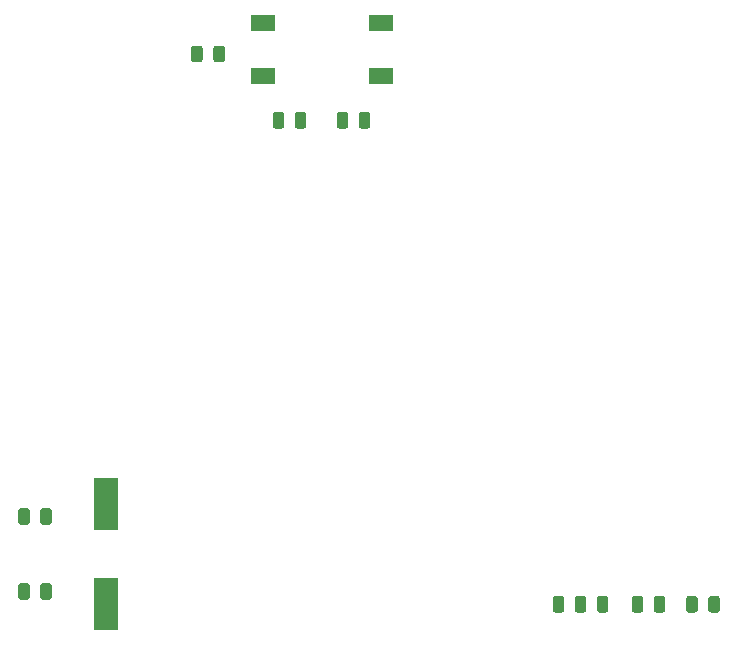
<source format=gbr>
G04 #@! TF.GenerationSoftware,KiCad,Pcbnew,(5.1.5)-3*
G04 #@! TF.CreationDate,2020-07-01T12:58:20+02:00*
G04 #@! TF.ProjectId,PIC18F45K22 Board,50494331-3846-4343-954b-323220426f61,rev?*
G04 #@! TF.SameCoordinates,Original*
G04 #@! TF.FileFunction,Paste,Top*
G04 #@! TF.FilePolarity,Positive*
%FSLAX46Y46*%
G04 Gerber Fmt 4.6, Leading zero omitted, Abs format (unit mm)*
G04 Created by KiCad (PCBNEW (5.1.5)-3) date 2020-07-01 12:58:20*
%MOMM*%
%LPD*%
G04 APERTURE LIST*
%ADD10R,2.100000X1.400000*%
%ADD11C,0.100000*%
%ADD12R,2.000000X4.500000*%
G04 APERTURE END LIST*
D10*
X95444831Y-72984991D03*
X105444831Y-72984991D03*
X105444831Y-77484991D03*
X95444831Y-77484991D03*
D11*
G36*
X77363472Y-114029164D02*
G01*
X77387133Y-114032674D01*
X77410337Y-114038486D01*
X77432859Y-114046544D01*
X77454483Y-114056772D01*
X77475000Y-114069069D01*
X77494213Y-114083319D01*
X77511937Y-114099383D01*
X77528001Y-114117107D01*
X77542251Y-114136320D01*
X77554548Y-114156837D01*
X77564776Y-114178461D01*
X77572834Y-114200983D01*
X77578646Y-114224187D01*
X77582156Y-114247848D01*
X77583330Y-114271740D01*
X77583330Y-115184240D01*
X77582156Y-115208132D01*
X77578646Y-115231793D01*
X77572834Y-115254997D01*
X77564776Y-115277519D01*
X77554548Y-115299143D01*
X77542251Y-115319660D01*
X77528001Y-115338873D01*
X77511937Y-115356597D01*
X77494213Y-115372661D01*
X77475000Y-115386911D01*
X77454483Y-115399208D01*
X77432859Y-115409436D01*
X77410337Y-115417494D01*
X77387133Y-115423306D01*
X77363472Y-115426816D01*
X77339580Y-115427990D01*
X76852080Y-115427990D01*
X76828188Y-115426816D01*
X76804527Y-115423306D01*
X76781323Y-115417494D01*
X76758801Y-115409436D01*
X76737177Y-115399208D01*
X76716660Y-115386911D01*
X76697447Y-115372661D01*
X76679723Y-115356597D01*
X76663659Y-115338873D01*
X76649409Y-115319660D01*
X76637112Y-115299143D01*
X76626884Y-115277519D01*
X76618826Y-115254997D01*
X76613014Y-115231793D01*
X76609504Y-115208132D01*
X76608330Y-115184240D01*
X76608330Y-114271740D01*
X76609504Y-114247848D01*
X76613014Y-114224187D01*
X76618826Y-114200983D01*
X76626884Y-114178461D01*
X76637112Y-114156837D01*
X76649409Y-114136320D01*
X76663659Y-114117107D01*
X76679723Y-114099383D01*
X76697447Y-114083319D01*
X76716660Y-114069069D01*
X76737177Y-114056772D01*
X76758801Y-114046544D01*
X76781323Y-114038486D01*
X76804527Y-114032674D01*
X76828188Y-114029164D01*
X76852080Y-114027990D01*
X77339580Y-114027990D01*
X77363472Y-114029164D01*
G37*
G36*
X75488472Y-114029164D02*
G01*
X75512133Y-114032674D01*
X75535337Y-114038486D01*
X75557859Y-114046544D01*
X75579483Y-114056772D01*
X75600000Y-114069069D01*
X75619213Y-114083319D01*
X75636937Y-114099383D01*
X75653001Y-114117107D01*
X75667251Y-114136320D01*
X75679548Y-114156837D01*
X75689776Y-114178461D01*
X75697834Y-114200983D01*
X75703646Y-114224187D01*
X75707156Y-114247848D01*
X75708330Y-114271740D01*
X75708330Y-115184240D01*
X75707156Y-115208132D01*
X75703646Y-115231793D01*
X75697834Y-115254997D01*
X75689776Y-115277519D01*
X75679548Y-115299143D01*
X75667251Y-115319660D01*
X75653001Y-115338873D01*
X75636937Y-115356597D01*
X75619213Y-115372661D01*
X75600000Y-115386911D01*
X75579483Y-115399208D01*
X75557859Y-115409436D01*
X75535337Y-115417494D01*
X75512133Y-115423306D01*
X75488472Y-115426816D01*
X75464580Y-115427990D01*
X74977080Y-115427990D01*
X74953188Y-115426816D01*
X74929527Y-115423306D01*
X74906323Y-115417494D01*
X74883801Y-115409436D01*
X74862177Y-115399208D01*
X74841660Y-115386911D01*
X74822447Y-115372661D01*
X74804723Y-115356597D01*
X74788659Y-115338873D01*
X74774409Y-115319660D01*
X74762112Y-115299143D01*
X74751884Y-115277519D01*
X74743826Y-115254997D01*
X74738014Y-115231793D01*
X74734504Y-115208132D01*
X74733330Y-115184240D01*
X74733330Y-114271740D01*
X74734504Y-114247848D01*
X74738014Y-114224187D01*
X74743826Y-114200983D01*
X74751884Y-114178461D01*
X74762112Y-114156837D01*
X74774409Y-114136320D01*
X74788659Y-114117107D01*
X74804723Y-114099383D01*
X74822447Y-114083319D01*
X74841660Y-114069069D01*
X74862177Y-114056772D01*
X74883801Y-114046544D01*
X74906323Y-114038486D01*
X74929527Y-114032674D01*
X74953188Y-114029164D01*
X74977080Y-114027990D01*
X75464580Y-114027990D01*
X75488472Y-114029164D01*
G37*
G36*
X75488472Y-120379164D02*
G01*
X75512133Y-120382674D01*
X75535337Y-120388486D01*
X75557859Y-120396544D01*
X75579483Y-120406772D01*
X75600000Y-120419069D01*
X75619213Y-120433319D01*
X75636937Y-120449383D01*
X75653001Y-120467107D01*
X75667251Y-120486320D01*
X75679548Y-120506837D01*
X75689776Y-120528461D01*
X75697834Y-120550983D01*
X75703646Y-120574187D01*
X75707156Y-120597848D01*
X75708330Y-120621740D01*
X75708330Y-121534240D01*
X75707156Y-121558132D01*
X75703646Y-121581793D01*
X75697834Y-121604997D01*
X75689776Y-121627519D01*
X75679548Y-121649143D01*
X75667251Y-121669660D01*
X75653001Y-121688873D01*
X75636937Y-121706597D01*
X75619213Y-121722661D01*
X75600000Y-121736911D01*
X75579483Y-121749208D01*
X75557859Y-121759436D01*
X75535337Y-121767494D01*
X75512133Y-121773306D01*
X75488472Y-121776816D01*
X75464580Y-121777990D01*
X74977080Y-121777990D01*
X74953188Y-121776816D01*
X74929527Y-121773306D01*
X74906323Y-121767494D01*
X74883801Y-121759436D01*
X74862177Y-121749208D01*
X74841660Y-121736911D01*
X74822447Y-121722661D01*
X74804723Y-121706597D01*
X74788659Y-121688873D01*
X74774409Y-121669660D01*
X74762112Y-121649143D01*
X74751884Y-121627519D01*
X74743826Y-121604997D01*
X74738014Y-121581793D01*
X74734504Y-121558132D01*
X74733330Y-121534240D01*
X74733330Y-120621740D01*
X74734504Y-120597848D01*
X74738014Y-120574187D01*
X74743826Y-120550983D01*
X74751884Y-120528461D01*
X74762112Y-120506837D01*
X74774409Y-120486320D01*
X74788659Y-120467107D01*
X74804723Y-120449383D01*
X74822447Y-120433319D01*
X74841660Y-120419069D01*
X74862177Y-120406772D01*
X74883801Y-120396544D01*
X74906323Y-120388486D01*
X74929527Y-120382674D01*
X74953188Y-120379164D01*
X74977080Y-120377990D01*
X75464580Y-120377990D01*
X75488472Y-120379164D01*
G37*
G36*
X77363472Y-120379164D02*
G01*
X77387133Y-120382674D01*
X77410337Y-120388486D01*
X77432859Y-120396544D01*
X77454483Y-120406772D01*
X77475000Y-120419069D01*
X77494213Y-120433319D01*
X77511937Y-120449383D01*
X77528001Y-120467107D01*
X77542251Y-120486320D01*
X77554548Y-120506837D01*
X77564776Y-120528461D01*
X77572834Y-120550983D01*
X77578646Y-120574187D01*
X77582156Y-120597848D01*
X77583330Y-120621740D01*
X77583330Y-121534240D01*
X77582156Y-121558132D01*
X77578646Y-121581793D01*
X77572834Y-121604997D01*
X77564776Y-121627519D01*
X77554548Y-121649143D01*
X77542251Y-121669660D01*
X77528001Y-121688873D01*
X77511937Y-121706597D01*
X77494213Y-121722661D01*
X77475000Y-121736911D01*
X77454483Y-121749208D01*
X77432859Y-121759436D01*
X77410337Y-121767494D01*
X77387133Y-121773306D01*
X77363472Y-121776816D01*
X77339580Y-121777990D01*
X76852080Y-121777990D01*
X76828188Y-121776816D01*
X76804527Y-121773306D01*
X76781323Y-121767494D01*
X76758801Y-121759436D01*
X76737177Y-121749208D01*
X76716660Y-121736911D01*
X76697447Y-121722661D01*
X76679723Y-121706597D01*
X76663659Y-121688873D01*
X76649409Y-121669660D01*
X76637112Y-121649143D01*
X76626884Y-121627519D01*
X76618826Y-121604997D01*
X76613014Y-121581793D01*
X76609504Y-121558132D01*
X76608330Y-121534240D01*
X76608330Y-120621740D01*
X76609504Y-120597848D01*
X76613014Y-120574187D01*
X76618826Y-120550983D01*
X76626884Y-120528461D01*
X76637112Y-120506837D01*
X76649409Y-120486320D01*
X76663659Y-120467107D01*
X76679723Y-120449383D01*
X76697447Y-120433319D01*
X76716660Y-120419069D01*
X76737177Y-120406772D01*
X76758801Y-120396544D01*
X76781323Y-120388486D01*
X76804527Y-120382674D01*
X76828188Y-120379164D01*
X76852080Y-120377990D01*
X77339580Y-120377990D01*
X77363472Y-120379164D01*
G37*
G36*
X102442472Y-80501164D02*
G01*
X102466133Y-80504674D01*
X102489337Y-80510486D01*
X102511859Y-80518544D01*
X102533483Y-80528772D01*
X102554000Y-80541069D01*
X102573213Y-80555319D01*
X102590937Y-80571383D01*
X102607001Y-80589107D01*
X102621251Y-80608320D01*
X102633548Y-80628837D01*
X102643776Y-80650461D01*
X102651834Y-80672983D01*
X102657646Y-80696187D01*
X102661156Y-80719848D01*
X102662330Y-80743740D01*
X102662330Y-81656240D01*
X102661156Y-81680132D01*
X102657646Y-81703793D01*
X102651834Y-81726997D01*
X102643776Y-81749519D01*
X102633548Y-81771143D01*
X102621251Y-81791660D01*
X102607001Y-81810873D01*
X102590937Y-81828597D01*
X102573213Y-81844661D01*
X102554000Y-81858911D01*
X102533483Y-81871208D01*
X102511859Y-81881436D01*
X102489337Y-81889494D01*
X102466133Y-81895306D01*
X102442472Y-81898816D01*
X102418580Y-81899990D01*
X101931080Y-81899990D01*
X101907188Y-81898816D01*
X101883527Y-81895306D01*
X101860323Y-81889494D01*
X101837801Y-81881436D01*
X101816177Y-81871208D01*
X101795660Y-81858911D01*
X101776447Y-81844661D01*
X101758723Y-81828597D01*
X101742659Y-81810873D01*
X101728409Y-81791660D01*
X101716112Y-81771143D01*
X101705884Y-81749519D01*
X101697826Y-81726997D01*
X101692014Y-81703793D01*
X101688504Y-81680132D01*
X101687330Y-81656240D01*
X101687330Y-80743740D01*
X101688504Y-80719848D01*
X101692014Y-80696187D01*
X101697826Y-80672983D01*
X101705884Y-80650461D01*
X101716112Y-80628837D01*
X101728409Y-80608320D01*
X101742659Y-80589107D01*
X101758723Y-80571383D01*
X101776447Y-80555319D01*
X101795660Y-80541069D01*
X101816177Y-80528772D01*
X101837801Y-80518544D01*
X101860323Y-80510486D01*
X101883527Y-80504674D01*
X101907188Y-80501164D01*
X101931080Y-80499990D01*
X102418580Y-80499990D01*
X102442472Y-80501164D01*
G37*
G36*
X104317472Y-80501164D02*
G01*
X104341133Y-80504674D01*
X104364337Y-80510486D01*
X104386859Y-80518544D01*
X104408483Y-80528772D01*
X104429000Y-80541069D01*
X104448213Y-80555319D01*
X104465937Y-80571383D01*
X104482001Y-80589107D01*
X104496251Y-80608320D01*
X104508548Y-80628837D01*
X104518776Y-80650461D01*
X104526834Y-80672983D01*
X104532646Y-80696187D01*
X104536156Y-80719848D01*
X104537330Y-80743740D01*
X104537330Y-81656240D01*
X104536156Y-81680132D01*
X104532646Y-81703793D01*
X104526834Y-81726997D01*
X104518776Y-81749519D01*
X104508548Y-81771143D01*
X104496251Y-81791660D01*
X104482001Y-81810873D01*
X104465937Y-81828597D01*
X104448213Y-81844661D01*
X104429000Y-81858911D01*
X104408483Y-81871208D01*
X104386859Y-81881436D01*
X104364337Y-81889494D01*
X104341133Y-81895306D01*
X104317472Y-81898816D01*
X104293580Y-81899990D01*
X103806080Y-81899990D01*
X103782188Y-81898816D01*
X103758527Y-81895306D01*
X103735323Y-81889494D01*
X103712801Y-81881436D01*
X103691177Y-81871208D01*
X103670660Y-81858911D01*
X103651447Y-81844661D01*
X103633723Y-81828597D01*
X103617659Y-81810873D01*
X103603409Y-81791660D01*
X103591112Y-81771143D01*
X103580884Y-81749519D01*
X103572826Y-81726997D01*
X103567014Y-81703793D01*
X103563504Y-81680132D01*
X103562330Y-81656240D01*
X103562330Y-80743740D01*
X103563504Y-80719848D01*
X103567014Y-80696187D01*
X103572826Y-80672983D01*
X103580884Y-80650461D01*
X103591112Y-80628837D01*
X103603409Y-80608320D01*
X103617659Y-80589107D01*
X103633723Y-80571383D01*
X103651447Y-80555319D01*
X103670660Y-80541069D01*
X103691177Y-80528772D01*
X103712801Y-80518544D01*
X103735323Y-80510486D01*
X103758527Y-80504674D01*
X103782188Y-80501164D01*
X103806080Y-80499990D01*
X104293580Y-80499990D01*
X104317472Y-80501164D01*
G37*
G36*
X124484042Y-121475174D02*
G01*
X124507703Y-121478684D01*
X124530907Y-121484496D01*
X124553429Y-121492554D01*
X124575053Y-121502782D01*
X124595570Y-121515079D01*
X124614783Y-121529329D01*
X124632507Y-121545393D01*
X124648571Y-121563117D01*
X124662821Y-121582330D01*
X124675118Y-121602847D01*
X124685346Y-121624471D01*
X124693404Y-121646993D01*
X124699216Y-121670197D01*
X124702726Y-121693858D01*
X124703900Y-121717750D01*
X124703900Y-122630250D01*
X124702726Y-122654142D01*
X124699216Y-122677803D01*
X124693404Y-122701007D01*
X124685346Y-122723529D01*
X124675118Y-122745153D01*
X124662821Y-122765670D01*
X124648571Y-122784883D01*
X124632507Y-122802607D01*
X124614783Y-122818671D01*
X124595570Y-122832921D01*
X124575053Y-122845218D01*
X124553429Y-122855446D01*
X124530907Y-122863504D01*
X124507703Y-122869316D01*
X124484042Y-122872826D01*
X124460150Y-122874000D01*
X123972650Y-122874000D01*
X123948758Y-122872826D01*
X123925097Y-122869316D01*
X123901893Y-122863504D01*
X123879371Y-122855446D01*
X123857747Y-122845218D01*
X123837230Y-122832921D01*
X123818017Y-122818671D01*
X123800293Y-122802607D01*
X123784229Y-122784883D01*
X123769979Y-122765670D01*
X123757682Y-122745153D01*
X123747454Y-122723529D01*
X123739396Y-122701007D01*
X123733584Y-122677803D01*
X123730074Y-122654142D01*
X123728900Y-122630250D01*
X123728900Y-121717750D01*
X123730074Y-121693858D01*
X123733584Y-121670197D01*
X123739396Y-121646993D01*
X123747454Y-121624471D01*
X123757682Y-121602847D01*
X123769979Y-121582330D01*
X123784229Y-121563117D01*
X123800293Y-121545393D01*
X123818017Y-121529329D01*
X123837230Y-121515079D01*
X123857747Y-121502782D01*
X123879371Y-121492554D01*
X123901893Y-121484496D01*
X123925097Y-121478684D01*
X123948758Y-121475174D01*
X123972650Y-121474000D01*
X124460150Y-121474000D01*
X124484042Y-121475174D01*
G37*
G36*
X120742142Y-121475174D02*
G01*
X120765803Y-121478684D01*
X120789007Y-121484496D01*
X120811529Y-121492554D01*
X120833153Y-121502782D01*
X120853670Y-121515079D01*
X120872883Y-121529329D01*
X120890607Y-121545393D01*
X120906671Y-121563117D01*
X120920921Y-121582330D01*
X120933218Y-121602847D01*
X120943446Y-121624471D01*
X120951504Y-121646993D01*
X120957316Y-121670197D01*
X120960826Y-121693858D01*
X120962000Y-121717750D01*
X120962000Y-122630250D01*
X120960826Y-122654142D01*
X120957316Y-122677803D01*
X120951504Y-122701007D01*
X120943446Y-122723529D01*
X120933218Y-122745153D01*
X120920921Y-122765670D01*
X120906671Y-122784883D01*
X120890607Y-122802607D01*
X120872883Y-122818671D01*
X120853670Y-122832921D01*
X120833153Y-122845218D01*
X120811529Y-122855446D01*
X120789007Y-122863504D01*
X120765803Y-122869316D01*
X120742142Y-122872826D01*
X120718250Y-122874000D01*
X120230750Y-122874000D01*
X120206858Y-122872826D01*
X120183197Y-122869316D01*
X120159993Y-122863504D01*
X120137471Y-122855446D01*
X120115847Y-122845218D01*
X120095330Y-122832921D01*
X120076117Y-122818671D01*
X120058393Y-122802607D01*
X120042329Y-122784883D01*
X120028079Y-122765670D01*
X120015782Y-122745153D01*
X120005554Y-122723529D01*
X119997496Y-122701007D01*
X119991684Y-122677803D01*
X119988174Y-122654142D01*
X119987000Y-122630250D01*
X119987000Y-121717750D01*
X119988174Y-121693858D01*
X119991684Y-121670197D01*
X119997496Y-121646993D01*
X120005554Y-121624471D01*
X120015782Y-121602847D01*
X120028079Y-121582330D01*
X120042329Y-121563117D01*
X120058393Y-121545393D01*
X120076117Y-121529329D01*
X120095330Y-121515079D01*
X120115847Y-121502782D01*
X120137471Y-121492554D01*
X120159993Y-121484496D01*
X120183197Y-121478684D01*
X120206858Y-121475174D01*
X120230750Y-121474000D01*
X120718250Y-121474000D01*
X120742142Y-121475174D01*
G37*
G36*
X122617142Y-121475174D02*
G01*
X122640803Y-121478684D01*
X122664007Y-121484496D01*
X122686529Y-121492554D01*
X122708153Y-121502782D01*
X122728670Y-121515079D01*
X122747883Y-121529329D01*
X122765607Y-121545393D01*
X122781671Y-121563117D01*
X122795921Y-121582330D01*
X122808218Y-121602847D01*
X122818446Y-121624471D01*
X122826504Y-121646993D01*
X122832316Y-121670197D01*
X122835826Y-121693858D01*
X122837000Y-121717750D01*
X122837000Y-122630250D01*
X122835826Y-122654142D01*
X122832316Y-122677803D01*
X122826504Y-122701007D01*
X122818446Y-122723529D01*
X122808218Y-122745153D01*
X122795921Y-122765670D01*
X122781671Y-122784883D01*
X122765607Y-122802607D01*
X122747883Y-122818671D01*
X122728670Y-122832921D01*
X122708153Y-122845218D01*
X122686529Y-122855446D01*
X122664007Y-122863504D01*
X122640803Y-122869316D01*
X122617142Y-122872826D01*
X122593250Y-122874000D01*
X122105750Y-122874000D01*
X122081858Y-122872826D01*
X122058197Y-122869316D01*
X122034993Y-122863504D01*
X122012471Y-122855446D01*
X121990847Y-122845218D01*
X121970330Y-122832921D01*
X121951117Y-122818671D01*
X121933393Y-122802607D01*
X121917329Y-122784883D01*
X121903079Y-122765670D01*
X121890782Y-122745153D01*
X121880554Y-122723529D01*
X121872496Y-122701007D01*
X121866684Y-122677803D01*
X121863174Y-122654142D01*
X121862000Y-122630250D01*
X121862000Y-121717750D01*
X121863174Y-121693858D01*
X121866684Y-121670197D01*
X121872496Y-121646993D01*
X121880554Y-121624471D01*
X121890782Y-121602847D01*
X121903079Y-121582330D01*
X121917329Y-121563117D01*
X121933393Y-121545393D01*
X121951117Y-121529329D01*
X121970330Y-121515079D01*
X121990847Y-121502782D01*
X122012471Y-121492554D01*
X122034993Y-121484496D01*
X122058197Y-121478684D01*
X122081858Y-121475174D01*
X122105750Y-121474000D01*
X122593250Y-121474000D01*
X122617142Y-121475174D01*
G37*
G36*
X90135142Y-74866174D02*
G01*
X90158803Y-74869684D01*
X90182007Y-74875496D01*
X90204529Y-74883554D01*
X90226153Y-74893782D01*
X90246670Y-74906079D01*
X90265883Y-74920329D01*
X90283607Y-74936393D01*
X90299671Y-74954117D01*
X90313921Y-74973330D01*
X90326218Y-74993847D01*
X90336446Y-75015471D01*
X90344504Y-75037993D01*
X90350316Y-75061197D01*
X90353826Y-75084858D01*
X90355000Y-75108750D01*
X90355000Y-76021250D01*
X90353826Y-76045142D01*
X90350316Y-76068803D01*
X90344504Y-76092007D01*
X90336446Y-76114529D01*
X90326218Y-76136153D01*
X90313921Y-76156670D01*
X90299671Y-76175883D01*
X90283607Y-76193607D01*
X90265883Y-76209671D01*
X90246670Y-76223921D01*
X90226153Y-76236218D01*
X90204529Y-76246446D01*
X90182007Y-76254504D01*
X90158803Y-76260316D01*
X90135142Y-76263826D01*
X90111250Y-76265000D01*
X89623750Y-76265000D01*
X89599858Y-76263826D01*
X89576197Y-76260316D01*
X89552993Y-76254504D01*
X89530471Y-76246446D01*
X89508847Y-76236218D01*
X89488330Y-76223921D01*
X89469117Y-76209671D01*
X89451393Y-76193607D01*
X89435329Y-76175883D01*
X89421079Y-76156670D01*
X89408782Y-76136153D01*
X89398554Y-76114529D01*
X89390496Y-76092007D01*
X89384684Y-76068803D01*
X89381174Y-76045142D01*
X89380000Y-76021250D01*
X89380000Y-75108750D01*
X89381174Y-75084858D01*
X89384684Y-75061197D01*
X89390496Y-75037993D01*
X89398554Y-75015471D01*
X89408782Y-74993847D01*
X89421079Y-74973330D01*
X89435329Y-74954117D01*
X89451393Y-74936393D01*
X89469117Y-74920329D01*
X89488330Y-74906079D01*
X89508847Y-74893782D01*
X89530471Y-74883554D01*
X89552993Y-74875496D01*
X89576197Y-74869684D01*
X89599858Y-74866174D01*
X89623750Y-74865000D01*
X90111250Y-74865000D01*
X90135142Y-74866174D01*
G37*
G36*
X92010142Y-74866174D02*
G01*
X92033803Y-74869684D01*
X92057007Y-74875496D01*
X92079529Y-74883554D01*
X92101153Y-74893782D01*
X92121670Y-74906079D01*
X92140883Y-74920329D01*
X92158607Y-74936393D01*
X92174671Y-74954117D01*
X92188921Y-74973330D01*
X92201218Y-74993847D01*
X92211446Y-75015471D01*
X92219504Y-75037993D01*
X92225316Y-75061197D01*
X92228826Y-75084858D01*
X92230000Y-75108750D01*
X92230000Y-76021250D01*
X92228826Y-76045142D01*
X92225316Y-76068803D01*
X92219504Y-76092007D01*
X92211446Y-76114529D01*
X92201218Y-76136153D01*
X92188921Y-76156670D01*
X92174671Y-76175883D01*
X92158607Y-76193607D01*
X92140883Y-76209671D01*
X92121670Y-76223921D01*
X92101153Y-76236218D01*
X92079529Y-76246446D01*
X92057007Y-76254504D01*
X92033803Y-76260316D01*
X92010142Y-76263826D01*
X91986250Y-76265000D01*
X91498750Y-76265000D01*
X91474858Y-76263826D01*
X91451197Y-76260316D01*
X91427993Y-76254504D01*
X91405471Y-76246446D01*
X91383847Y-76236218D01*
X91363330Y-76223921D01*
X91344117Y-76209671D01*
X91326393Y-76193607D01*
X91310329Y-76175883D01*
X91296079Y-76156670D01*
X91283782Y-76136153D01*
X91273554Y-76114529D01*
X91265496Y-76092007D01*
X91259684Y-76068803D01*
X91256174Y-76045142D01*
X91255000Y-76021250D01*
X91255000Y-75108750D01*
X91256174Y-75084858D01*
X91259684Y-75061197D01*
X91265496Y-75037993D01*
X91273554Y-75015471D01*
X91283782Y-74993847D01*
X91296079Y-74973330D01*
X91310329Y-74954117D01*
X91326393Y-74936393D01*
X91344117Y-74920329D01*
X91363330Y-74906079D01*
X91383847Y-74893782D01*
X91405471Y-74883554D01*
X91427993Y-74875496D01*
X91451197Y-74869684D01*
X91474858Y-74866174D01*
X91498750Y-74865000D01*
X91986250Y-74865000D01*
X92010142Y-74866174D01*
G37*
G36*
X98904972Y-80501164D02*
G01*
X98928633Y-80504674D01*
X98951837Y-80510486D01*
X98974359Y-80518544D01*
X98995983Y-80528772D01*
X99016500Y-80541069D01*
X99035713Y-80555319D01*
X99053437Y-80571383D01*
X99069501Y-80589107D01*
X99083751Y-80608320D01*
X99096048Y-80628837D01*
X99106276Y-80650461D01*
X99114334Y-80672983D01*
X99120146Y-80696187D01*
X99123656Y-80719848D01*
X99124830Y-80743740D01*
X99124830Y-81656240D01*
X99123656Y-81680132D01*
X99120146Y-81703793D01*
X99114334Y-81726997D01*
X99106276Y-81749519D01*
X99096048Y-81771143D01*
X99083751Y-81791660D01*
X99069501Y-81810873D01*
X99053437Y-81828597D01*
X99035713Y-81844661D01*
X99016500Y-81858911D01*
X98995983Y-81871208D01*
X98974359Y-81881436D01*
X98951837Y-81889494D01*
X98928633Y-81895306D01*
X98904972Y-81898816D01*
X98881080Y-81899990D01*
X98393580Y-81899990D01*
X98369688Y-81898816D01*
X98346027Y-81895306D01*
X98322823Y-81889494D01*
X98300301Y-81881436D01*
X98278677Y-81871208D01*
X98258160Y-81858911D01*
X98238947Y-81844661D01*
X98221223Y-81828597D01*
X98205159Y-81810873D01*
X98190909Y-81791660D01*
X98178612Y-81771143D01*
X98168384Y-81749519D01*
X98160326Y-81726997D01*
X98154514Y-81703793D01*
X98151004Y-81680132D01*
X98149830Y-81656240D01*
X98149830Y-80743740D01*
X98151004Y-80719848D01*
X98154514Y-80696187D01*
X98160326Y-80672983D01*
X98168384Y-80650461D01*
X98178612Y-80628837D01*
X98190909Y-80608320D01*
X98205159Y-80589107D01*
X98221223Y-80571383D01*
X98238947Y-80555319D01*
X98258160Y-80541069D01*
X98278677Y-80528772D01*
X98300301Y-80518544D01*
X98322823Y-80510486D01*
X98346027Y-80504674D01*
X98369688Y-80501164D01*
X98393580Y-80499990D01*
X98881080Y-80499990D01*
X98904972Y-80501164D01*
G37*
G36*
X97029972Y-80501164D02*
G01*
X97053633Y-80504674D01*
X97076837Y-80510486D01*
X97099359Y-80518544D01*
X97120983Y-80528772D01*
X97141500Y-80541069D01*
X97160713Y-80555319D01*
X97178437Y-80571383D01*
X97194501Y-80589107D01*
X97208751Y-80608320D01*
X97221048Y-80628837D01*
X97231276Y-80650461D01*
X97239334Y-80672983D01*
X97245146Y-80696187D01*
X97248656Y-80719848D01*
X97249830Y-80743740D01*
X97249830Y-81656240D01*
X97248656Y-81680132D01*
X97245146Y-81703793D01*
X97239334Y-81726997D01*
X97231276Y-81749519D01*
X97221048Y-81771143D01*
X97208751Y-81791660D01*
X97194501Y-81810873D01*
X97178437Y-81828597D01*
X97160713Y-81844661D01*
X97141500Y-81858911D01*
X97120983Y-81871208D01*
X97099359Y-81881436D01*
X97076837Y-81889494D01*
X97053633Y-81895306D01*
X97029972Y-81898816D01*
X97006080Y-81899990D01*
X96518580Y-81899990D01*
X96494688Y-81898816D01*
X96471027Y-81895306D01*
X96447823Y-81889494D01*
X96425301Y-81881436D01*
X96403677Y-81871208D01*
X96383160Y-81858911D01*
X96363947Y-81844661D01*
X96346223Y-81828597D01*
X96330159Y-81810873D01*
X96315909Y-81791660D01*
X96303612Y-81771143D01*
X96293384Y-81749519D01*
X96285326Y-81726997D01*
X96279514Y-81703793D01*
X96276004Y-81680132D01*
X96274830Y-81656240D01*
X96274830Y-80743740D01*
X96276004Y-80719848D01*
X96279514Y-80696187D01*
X96285326Y-80672983D01*
X96293384Y-80650461D01*
X96303612Y-80628837D01*
X96315909Y-80608320D01*
X96330159Y-80589107D01*
X96346223Y-80571383D01*
X96363947Y-80555319D01*
X96383160Y-80541069D01*
X96403677Y-80528772D01*
X96425301Y-80518544D01*
X96447823Y-80510486D01*
X96471027Y-80504674D01*
X96494688Y-80501164D01*
X96518580Y-80499990D01*
X97006080Y-80499990D01*
X97029972Y-80501164D01*
G37*
D12*
X82205830Y-113652990D03*
X82205830Y-122152990D03*
D11*
G36*
X129315143Y-121479175D02*
G01*
X129338804Y-121482685D01*
X129362008Y-121488497D01*
X129384530Y-121496555D01*
X129406154Y-121506783D01*
X129426671Y-121519080D01*
X129445884Y-121533330D01*
X129463608Y-121549394D01*
X129479672Y-121567118D01*
X129493922Y-121586331D01*
X129506219Y-121606848D01*
X129516447Y-121628472D01*
X129524505Y-121650994D01*
X129530317Y-121674198D01*
X129533827Y-121697859D01*
X129535001Y-121721751D01*
X129535001Y-122634251D01*
X129533827Y-122658143D01*
X129530317Y-122681804D01*
X129524505Y-122705008D01*
X129516447Y-122727530D01*
X129506219Y-122749154D01*
X129493922Y-122769671D01*
X129479672Y-122788884D01*
X129463608Y-122806608D01*
X129445884Y-122822672D01*
X129426671Y-122836922D01*
X129406154Y-122849219D01*
X129384530Y-122859447D01*
X129362008Y-122867505D01*
X129338804Y-122873317D01*
X129315143Y-122876827D01*
X129291251Y-122878001D01*
X128803751Y-122878001D01*
X128779859Y-122876827D01*
X128756198Y-122873317D01*
X128732994Y-122867505D01*
X128710472Y-122859447D01*
X128688848Y-122849219D01*
X128668331Y-122836922D01*
X128649118Y-122822672D01*
X128631394Y-122806608D01*
X128615330Y-122788884D01*
X128601080Y-122769671D01*
X128588783Y-122749154D01*
X128578555Y-122727530D01*
X128570497Y-122705008D01*
X128564685Y-122681804D01*
X128561175Y-122658143D01*
X128560001Y-122634251D01*
X128560001Y-121721751D01*
X128561175Y-121697859D01*
X128564685Y-121674198D01*
X128570497Y-121650994D01*
X128578555Y-121628472D01*
X128588783Y-121606848D01*
X128601080Y-121586331D01*
X128615330Y-121567118D01*
X128631394Y-121549394D01*
X128649118Y-121533330D01*
X128668331Y-121519080D01*
X128688848Y-121506783D01*
X128710472Y-121496555D01*
X128732994Y-121488497D01*
X128756198Y-121482685D01*
X128779859Y-121479175D01*
X128803751Y-121478001D01*
X129291251Y-121478001D01*
X129315143Y-121479175D01*
G37*
G36*
X127440143Y-121479175D02*
G01*
X127463804Y-121482685D01*
X127487008Y-121488497D01*
X127509530Y-121496555D01*
X127531154Y-121506783D01*
X127551671Y-121519080D01*
X127570884Y-121533330D01*
X127588608Y-121549394D01*
X127604672Y-121567118D01*
X127618922Y-121586331D01*
X127631219Y-121606848D01*
X127641447Y-121628472D01*
X127649505Y-121650994D01*
X127655317Y-121674198D01*
X127658827Y-121697859D01*
X127660001Y-121721751D01*
X127660001Y-122634251D01*
X127658827Y-122658143D01*
X127655317Y-122681804D01*
X127649505Y-122705008D01*
X127641447Y-122727530D01*
X127631219Y-122749154D01*
X127618922Y-122769671D01*
X127604672Y-122788884D01*
X127588608Y-122806608D01*
X127570884Y-122822672D01*
X127551671Y-122836922D01*
X127531154Y-122849219D01*
X127509530Y-122859447D01*
X127487008Y-122867505D01*
X127463804Y-122873317D01*
X127440143Y-122876827D01*
X127416251Y-122878001D01*
X126928751Y-122878001D01*
X126904859Y-122876827D01*
X126881198Y-122873317D01*
X126857994Y-122867505D01*
X126835472Y-122859447D01*
X126813848Y-122849219D01*
X126793331Y-122836922D01*
X126774118Y-122822672D01*
X126756394Y-122806608D01*
X126740330Y-122788884D01*
X126726080Y-122769671D01*
X126713783Y-122749154D01*
X126703555Y-122727530D01*
X126695497Y-122705008D01*
X126689685Y-122681804D01*
X126686175Y-122658143D01*
X126685001Y-122634251D01*
X126685001Y-121721751D01*
X126686175Y-121697859D01*
X126689685Y-121674198D01*
X126695497Y-121650994D01*
X126703555Y-121628472D01*
X126713783Y-121606848D01*
X126726080Y-121586331D01*
X126740330Y-121567118D01*
X126756394Y-121549394D01*
X126774118Y-121533330D01*
X126793331Y-121519080D01*
X126813848Y-121506783D01*
X126835472Y-121496555D01*
X126857994Y-121488497D01*
X126881198Y-121482685D01*
X126904859Y-121479175D01*
X126928751Y-121478001D01*
X127416251Y-121478001D01*
X127440143Y-121479175D01*
G37*
G36*
X132045142Y-121475174D02*
G01*
X132068803Y-121478684D01*
X132092007Y-121484496D01*
X132114529Y-121492554D01*
X132136153Y-121502782D01*
X132156670Y-121515079D01*
X132175883Y-121529329D01*
X132193607Y-121545393D01*
X132209671Y-121563117D01*
X132223921Y-121582330D01*
X132236218Y-121602847D01*
X132246446Y-121624471D01*
X132254504Y-121646993D01*
X132260316Y-121670197D01*
X132263826Y-121693858D01*
X132265000Y-121717750D01*
X132265000Y-122630250D01*
X132263826Y-122654142D01*
X132260316Y-122677803D01*
X132254504Y-122701007D01*
X132246446Y-122723529D01*
X132236218Y-122745153D01*
X132223921Y-122765670D01*
X132209671Y-122784883D01*
X132193607Y-122802607D01*
X132175883Y-122818671D01*
X132156670Y-122832921D01*
X132136153Y-122845218D01*
X132114529Y-122855446D01*
X132092007Y-122863504D01*
X132068803Y-122869316D01*
X132045142Y-122872826D01*
X132021250Y-122874000D01*
X131533750Y-122874000D01*
X131509858Y-122872826D01*
X131486197Y-122869316D01*
X131462993Y-122863504D01*
X131440471Y-122855446D01*
X131418847Y-122845218D01*
X131398330Y-122832921D01*
X131379117Y-122818671D01*
X131361393Y-122802607D01*
X131345329Y-122784883D01*
X131331079Y-122765670D01*
X131318782Y-122745153D01*
X131308554Y-122723529D01*
X131300496Y-122701007D01*
X131294684Y-122677803D01*
X131291174Y-122654142D01*
X131290000Y-122630250D01*
X131290000Y-121717750D01*
X131291174Y-121693858D01*
X131294684Y-121670197D01*
X131300496Y-121646993D01*
X131308554Y-121624471D01*
X131318782Y-121602847D01*
X131331079Y-121582330D01*
X131345329Y-121563117D01*
X131361393Y-121545393D01*
X131379117Y-121529329D01*
X131398330Y-121515079D01*
X131418847Y-121502782D01*
X131440471Y-121492554D01*
X131462993Y-121484496D01*
X131486197Y-121478684D01*
X131509858Y-121475174D01*
X131533750Y-121474000D01*
X132021250Y-121474000D01*
X132045142Y-121475174D01*
G37*
G36*
X133920142Y-121475174D02*
G01*
X133943803Y-121478684D01*
X133967007Y-121484496D01*
X133989529Y-121492554D01*
X134011153Y-121502782D01*
X134031670Y-121515079D01*
X134050883Y-121529329D01*
X134068607Y-121545393D01*
X134084671Y-121563117D01*
X134098921Y-121582330D01*
X134111218Y-121602847D01*
X134121446Y-121624471D01*
X134129504Y-121646993D01*
X134135316Y-121670197D01*
X134138826Y-121693858D01*
X134140000Y-121717750D01*
X134140000Y-122630250D01*
X134138826Y-122654142D01*
X134135316Y-122677803D01*
X134129504Y-122701007D01*
X134121446Y-122723529D01*
X134111218Y-122745153D01*
X134098921Y-122765670D01*
X134084671Y-122784883D01*
X134068607Y-122802607D01*
X134050883Y-122818671D01*
X134031670Y-122832921D01*
X134011153Y-122845218D01*
X133989529Y-122855446D01*
X133967007Y-122863504D01*
X133943803Y-122869316D01*
X133920142Y-122872826D01*
X133896250Y-122874000D01*
X133408750Y-122874000D01*
X133384858Y-122872826D01*
X133361197Y-122869316D01*
X133337993Y-122863504D01*
X133315471Y-122855446D01*
X133293847Y-122845218D01*
X133273330Y-122832921D01*
X133254117Y-122818671D01*
X133236393Y-122802607D01*
X133220329Y-122784883D01*
X133206079Y-122765670D01*
X133193782Y-122745153D01*
X133183554Y-122723529D01*
X133175496Y-122701007D01*
X133169684Y-122677803D01*
X133166174Y-122654142D01*
X133165000Y-122630250D01*
X133165000Y-121717750D01*
X133166174Y-121693858D01*
X133169684Y-121670197D01*
X133175496Y-121646993D01*
X133183554Y-121624471D01*
X133193782Y-121602847D01*
X133206079Y-121582330D01*
X133220329Y-121563117D01*
X133236393Y-121545393D01*
X133254117Y-121529329D01*
X133273330Y-121515079D01*
X133293847Y-121502782D01*
X133315471Y-121492554D01*
X133337993Y-121484496D01*
X133361197Y-121478684D01*
X133384858Y-121475174D01*
X133408750Y-121474000D01*
X133896250Y-121474000D01*
X133920142Y-121475174D01*
G37*
M02*

</source>
